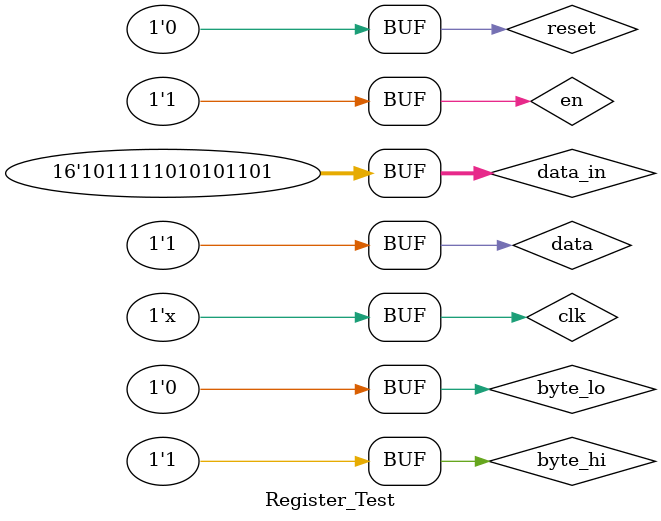
<source format=v>



module Register_Test;

  reg clk;          // System clock
  reg reset;        // System reset

  reg en;           // Access enable
  reg byte_lo;      // Low byte enable
  reg byte_hi;      // High byte enable

  reg [15:0] data_in;
  wire [15:0] data_out;

  assign data = data_in;
  Register register(.reset(reset),
                    .clk(clk),
                    .en(en),
                    .be({byte_hi, byte_lo}),
                    .d(data_in),
                    .q(data_out));

  // Generate clock.
  always
    #1 clk = ~clk;

  initial begin
    clk = 0;

    reset = 0;
    byte_hi = 1;
    byte_lo = 1;
    en = 0;

    // Reset
    #5 reset = 1;
    #1 reset = 0;

    #4 data_in = 'hdead;
    #4 data_in = 'hbeef;

    #1 en = 1;

    #4 data_in = 'hdead;
    #4 data_in = 'hbeef;

    #1 byte_lo = 1;
       byte_hi = 0;

    #4 data_in = 'hface;
    #4 data_in = 'hcafe;

    #1 byte_lo = 0;
       byte_hi = 1;

    #4 data_in = 'hf00d;
    #4 data_in = 'hbead;
  end

endmodule

</source>
